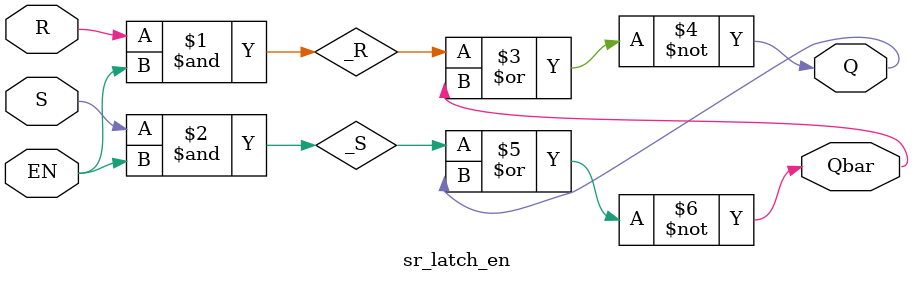
<source format=v>

module sr_latch_en(
	input wire R, S, EN,
	output wire Q, Qbar
);

//-- Sintetizamos dos puertas AND
and g1(_R, R, EN);
and g2(_S, S, EN);

//-- Sintetizamos dos puertas NOR
nor g3(Q, _R, Qbar);
nor g4(Qbar, _S, Q);

endmodule	

</source>
